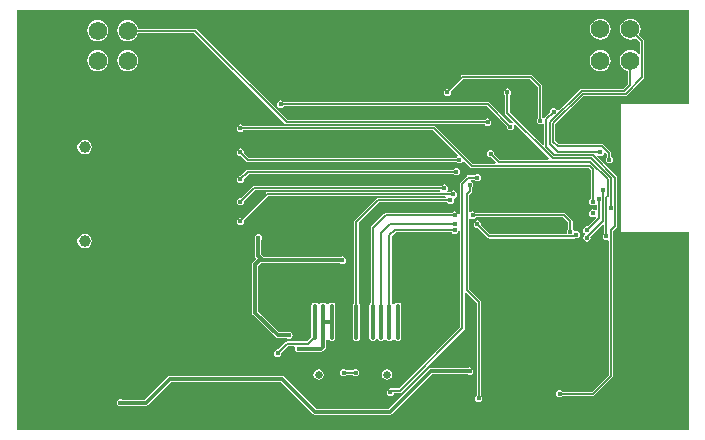
<source format=gbl>
G04*
G04 #@! TF.GenerationSoftware,Altium Limited,Altium Designer,21.9.2 (33)*
G04*
G04 Layer_Physical_Order=2*
G04 Layer_Color=16711680*
%FSLAX25Y25*%
%MOIN*%
G70*
G04*
G04 #@! TF.SameCoordinates,F625CF21-14F9-4619-B10E-FD0BC141F2AC*
G04*
G04*
G04 #@! TF.FilePolarity,Positive*
G04*
G01*
G75*
%ADD12C,0.00600*%
%ADD16C,0.00800*%
%ADD66C,0.01200*%
%ADD67C,0.00700*%
%ADD69C,0.02559*%
%ADD70O,0.03937X0.06299*%
%ADD71O,0.03937X0.08268*%
%ADD72C,0.06200*%
%ADD73R,0.06200X0.06200*%
%ADD74C,0.01600*%
%ADD75C,0.03937*%
G04:AMPARAMS|DCode=76|XSize=15.75mil|YSize=118.11mil|CornerRadius=3.94mil|HoleSize=0mil|Usage=FLASHONLY|Rotation=0.000|XOffset=0mil|YOffset=0mil|HoleType=Round|Shape=RoundedRectangle|*
%AMROUNDEDRECTD76*
21,1,0.01575,0.11024,0,0,0.0*
21,1,0.00787,0.11811,0,0,0.0*
1,1,0.00787,0.00394,-0.05512*
1,1,0.00787,-0.00394,-0.05512*
1,1,0.00787,-0.00394,0.05512*
1,1,0.00787,0.00394,0.05512*
%
%ADD76ROUNDEDRECTD76*%
G36*
X129441Y-13000D02*
X107000D01*
Y-55500D01*
X129441D01*
Y-121448D01*
X-94484D01*
Y18450D01*
X129441D01*
Y-13000D01*
D02*
G37*
%LPC*%
G36*
X100000Y15530D02*
X99086Y15410D01*
X98235Y15057D01*
X97504Y14496D01*
X96943Y13765D01*
X96590Y12914D01*
X96470Y12000D01*
X96590Y11086D01*
X96943Y10235D01*
X97504Y9504D01*
X98235Y8943D01*
X99086Y8590D01*
X100000Y8470D01*
X100914Y8590D01*
X101765Y8943D01*
X102496Y9504D01*
X103057Y10235D01*
X103410Y11086D01*
X103530Y12000D01*
X103410Y12914D01*
X103057Y13765D01*
X102496Y14496D01*
X101765Y15057D01*
X100914Y15410D01*
X100000Y15530D01*
D02*
G37*
G36*
X-67500Y15030D02*
X-68414Y14910D01*
X-69265Y14557D01*
X-69996Y13996D01*
X-70557Y13265D01*
X-70910Y12414D01*
X-71030Y11500D01*
X-70910Y10586D01*
X-70557Y9735D01*
X-69996Y9004D01*
X-69265Y8443D01*
X-68414Y8090D01*
X-67500Y7970D01*
X-66586Y8090D01*
X-65735Y8443D01*
X-65004Y9004D01*
X-64443Y9735D01*
X-64090Y10586D01*
X-63970Y11500D01*
X-64090Y12414D01*
X-64443Y13265D01*
X-65004Y13996D01*
X-65735Y14557D01*
X-66586Y14910D01*
X-67500Y15030D01*
D02*
G37*
G36*
X110000Y15530D02*
X109086Y15410D01*
X108235Y15057D01*
X107504Y14496D01*
X106943Y13765D01*
X106590Y12914D01*
X106470Y12000D01*
X106590Y11086D01*
X106943Y10235D01*
X107504Y9504D01*
X108235Y8943D01*
X109086Y8590D01*
X110000Y8470D01*
X110914Y8590D01*
X111765Y8943D01*
X111925Y9065D01*
X113286Y7704D01*
Y3788D01*
X112786Y3618D01*
X112496Y3996D01*
X111765Y4557D01*
X110914Y4910D01*
X110000Y5030D01*
X109086Y4910D01*
X108235Y4557D01*
X107504Y3996D01*
X106943Y3265D01*
X106590Y2414D01*
X106470Y1500D01*
X106590Y586D01*
X106943Y-265D01*
X107504Y-996D01*
X108235Y-1557D01*
X109086Y-1910D01*
X109286Y-1936D01*
Y-6204D01*
X107704Y-7786D01*
X93750D01*
X93477Y-7841D01*
X93245Y-7995D01*
X86151Y-15089D01*
X85939Y-15066D01*
X85579Y-14954D01*
X85365Y-14635D01*
X84968Y-14370D01*
X84500Y-14277D01*
X84032Y-14370D01*
X83635Y-14635D01*
X83370Y-15032D01*
X83276Y-15500D01*
X83312Y-15679D01*
X81480Y-17511D01*
X80987Y-17449D01*
X80714Y-17219D01*
Y-7000D01*
X80659Y-6727D01*
X80505Y-6495D01*
X77505Y-3495D01*
X77273Y-3341D01*
X77000Y-3286D01*
X54000D01*
X53727Y-3341D01*
X53495Y-3495D01*
X49179Y-7812D01*
X49000Y-7777D01*
X48532Y-7870D01*
X48135Y-8135D01*
X47870Y-8532D01*
X47776Y-9000D01*
X47870Y-9468D01*
X48135Y-9865D01*
X48532Y-10130D01*
X49000Y-10223D01*
X49468Y-10130D01*
X49865Y-9865D01*
X50130Y-9468D01*
X50223Y-9000D01*
X50188Y-8821D01*
X54296Y-4714D01*
X76704D01*
X79286Y-7296D01*
Y-17534D01*
X79135Y-17635D01*
X78870Y-18032D01*
X78777Y-18500D01*
X78870Y-18968D01*
X79135Y-19365D01*
X79532Y-19630D01*
X80000Y-19724D01*
X80468Y-19630D01*
X80770Y-19428D01*
X81112Y-19539D01*
X81270Y-19650D01*
Y-26434D01*
X80809Y-26625D01*
X69816Y-15632D01*
Y-9898D01*
X69865Y-9865D01*
X70130Y-9468D01*
X70223Y-9000D01*
X70130Y-8532D01*
X69865Y-8135D01*
X69468Y-7870D01*
X69000Y-7777D01*
X68532Y-7870D01*
X68135Y-8135D01*
X67870Y-8532D01*
X67777Y-9000D01*
X67870Y-9468D01*
X68135Y-9865D01*
X68184Y-9898D01*
Y-15970D01*
X68184Y-15970D01*
X68246Y-16282D01*
X68423Y-16547D01*
X71001Y-19124D01*
X70682Y-19512D01*
X70642Y-19486D01*
X70468Y-19370D01*
X70000Y-19276D01*
X69821Y-19312D01*
X63005Y-12495D01*
X62773Y-12341D01*
X62500Y-12286D01*
X-5534D01*
X-5635Y-12135D01*
X-6032Y-11870D01*
X-6500Y-11777D01*
X-6968Y-11870D01*
X-7365Y-12135D01*
X-7630Y-12532D01*
X-7723Y-13000D01*
X-7630Y-13468D01*
X-7365Y-13865D01*
X-6968Y-14130D01*
X-6500Y-14223D01*
X-6032Y-14130D01*
X-5635Y-13865D01*
X-5534Y-13714D01*
X62204D01*
X68812Y-20321D01*
X68777Y-20500D01*
X68870Y-20968D01*
X69135Y-21365D01*
X69532Y-21630D01*
X70000Y-21723D01*
X70468Y-21630D01*
X70865Y-21365D01*
X71130Y-20968D01*
X71223Y-20500D01*
X71130Y-20032D01*
X71015Y-19858D01*
X70988Y-19818D01*
X71376Y-19499D01*
X82901Y-31024D01*
X82710Y-31486D01*
X66496D01*
X64688Y-29679D01*
X64723Y-29500D01*
X64630Y-29032D01*
X64365Y-28635D01*
X63968Y-28370D01*
X63500Y-28277D01*
X63032Y-28370D01*
X62635Y-28635D01*
X62370Y-29032D01*
X62277Y-29500D01*
X62370Y-29968D01*
X62635Y-30365D01*
X63032Y-30630D01*
X63500Y-30724D01*
X63679Y-30688D01*
X65277Y-32286D01*
X65070Y-32786D01*
X57417D01*
X45126Y-20495D01*
X44894Y-20341D01*
X44621Y-20286D01*
X-18999D01*
X-19100Y-20135D01*
X-19497Y-19870D01*
X-19965Y-19776D01*
X-20434Y-19870D01*
X-20831Y-20135D01*
X-21096Y-20532D01*
X-21189Y-21000D01*
X-21096Y-21468D01*
X-20831Y-21865D01*
X-20434Y-22130D01*
X-19965Y-22223D01*
X-19497Y-22130D01*
X-19100Y-21865D01*
X-18999Y-21714D01*
X44326D01*
X52514Y-29902D01*
X52377Y-30473D01*
X52135Y-30635D01*
X52034Y-30786D01*
X-17135D01*
X-18743Y-29179D01*
X-18708Y-29000D01*
X-18801Y-28532D01*
X-19066Y-28135D01*
X-19463Y-27870D01*
X-19931Y-27777D01*
X-20399Y-27870D01*
X-20796Y-28135D01*
X-21061Y-28532D01*
X-21155Y-29000D01*
X-21061Y-29468D01*
X-20796Y-29865D01*
X-20399Y-30130D01*
X-19931Y-30224D01*
X-19752Y-30188D01*
X-17936Y-32005D01*
X-17704Y-32159D01*
X-17431Y-32214D01*
X52034D01*
X52135Y-32365D01*
X52532Y-32630D01*
X53000Y-32724D01*
X53468Y-32630D01*
X53865Y-32365D01*
X54027Y-32122D01*
X54598Y-31986D01*
X56617Y-34005D01*
X56848Y-34159D01*
X57121Y-34214D01*
X96179D01*
X96774Y-34808D01*
Y-44542D01*
X96635Y-44635D01*
X96370Y-45032D01*
X96276Y-45500D01*
X96370Y-45968D01*
X96635Y-46365D01*
X97032Y-46630D01*
X97500Y-46723D01*
X97968Y-46630D01*
X98286Y-46418D01*
X98587Y-46507D01*
X98786Y-46635D01*
Y-48192D01*
X98587Y-48320D01*
X98286Y-48409D01*
X97968Y-48196D01*
X97500Y-48103D01*
X97032Y-48196D01*
X96635Y-48462D01*
X96370Y-48859D01*
X96276Y-49327D01*
X96370Y-49795D01*
X96635Y-50192D01*
X97032Y-50457D01*
X97500Y-50550D01*
X97968Y-50457D01*
X98044Y-50406D01*
X98362Y-50468D01*
X98587Y-50627D01*
X98586Y-50895D01*
X95670Y-53812D01*
X95491Y-53777D01*
X95023Y-53870D01*
X94626Y-54135D01*
X94361Y-54532D01*
X94267Y-55000D01*
X94361Y-55468D01*
X94626Y-55865D01*
X94841Y-56009D01*
X94877Y-56549D01*
X94866Y-56581D01*
X94696Y-56695D01*
X94430Y-57092D01*
X94337Y-57561D01*
X94430Y-58029D01*
X94696Y-58426D01*
X95092Y-58691D01*
X95561Y-58784D01*
X96029Y-58691D01*
X96426Y-58426D01*
X96691Y-58029D01*
X96784Y-57561D01*
X96725Y-57266D01*
X100824Y-53167D01*
X101286Y-53358D01*
Y-56034D01*
X101135Y-56135D01*
X100870Y-56532D01*
X100777Y-57000D01*
X100870Y-57468D01*
X101135Y-57865D01*
X101532Y-58130D01*
X102000Y-58223D01*
X102286Y-58167D01*
X102786Y-58473D01*
Y-103204D01*
X97204Y-108786D01*
X87466D01*
X87365Y-108635D01*
X86968Y-108370D01*
X86500Y-108276D01*
X86032Y-108370D01*
X85635Y-108635D01*
X85370Y-109032D01*
X85277Y-109500D01*
X85370Y-109968D01*
X85635Y-110365D01*
X86032Y-110630D01*
X86500Y-110723D01*
X86968Y-110630D01*
X87365Y-110365D01*
X87466Y-110214D01*
X97500D01*
X97773Y-110159D01*
X98005Y-110005D01*
X104005Y-104005D01*
X104159Y-103773D01*
X104214Y-103500D01*
Y-55296D01*
X105505Y-54005D01*
X105659Y-53773D01*
X105714Y-53500D01*
Y-37500D01*
X105659Y-37227D01*
X105505Y-36995D01*
X99043Y-30534D01*
X99213Y-29997D01*
X99307Y-29980D01*
X99532Y-30130D01*
X100000Y-30224D01*
X100468Y-30130D01*
X100865Y-29865D01*
X101130Y-29468D01*
X101171Y-29266D01*
X101713Y-29101D01*
X102286Y-29674D01*
Y-30534D01*
X102135Y-30635D01*
X101870Y-31032D01*
X101777Y-31500D01*
X101870Y-31968D01*
X102135Y-32365D01*
X102532Y-32630D01*
X103000Y-32724D01*
X103468Y-32630D01*
X103865Y-32365D01*
X104130Y-31968D01*
X104224Y-31500D01*
X104130Y-31032D01*
X103865Y-30635D01*
X103714Y-30534D01*
Y-29379D01*
X103659Y-29105D01*
X103505Y-28874D01*
X101126Y-26495D01*
X100894Y-26341D01*
X100621Y-26286D01*
X86118D01*
X85036Y-25204D01*
Y-19637D01*
X94459Y-10214D01*
X108500D01*
X108773Y-10159D01*
X109005Y-10005D01*
X114505Y-4505D01*
X114659Y-4273D01*
X114714Y-4000D01*
Y8000D01*
X114659Y8273D01*
X114505Y8505D01*
X112935Y10075D01*
X113057Y10235D01*
X113410Y11086D01*
X113530Y12000D01*
X113410Y12914D01*
X113057Y13765D01*
X112496Y14496D01*
X111765Y15057D01*
X110914Y15410D01*
X110000Y15530D01*
D02*
G37*
G36*
X100000Y5030D02*
X99086Y4910D01*
X98235Y4557D01*
X97504Y3996D01*
X96943Y3265D01*
X96590Y2414D01*
X96470Y1500D01*
X96590Y586D01*
X96943Y-265D01*
X97504Y-996D01*
X98235Y-1557D01*
X99086Y-1910D01*
X100000Y-2030D01*
X100914Y-1910D01*
X101765Y-1557D01*
X102496Y-996D01*
X103057Y-265D01*
X103410Y586D01*
X103530Y1500D01*
X103410Y2414D01*
X103057Y3265D01*
X102496Y3996D01*
X101765Y4557D01*
X100914Y4910D01*
X100000Y5030D01*
D02*
G37*
G36*
X-57500D02*
X-58414Y4910D01*
X-59265Y4557D01*
X-59996Y3996D01*
X-60557Y3265D01*
X-60910Y2414D01*
X-61030Y1500D01*
X-60910Y586D01*
X-60557Y-265D01*
X-59996Y-996D01*
X-59265Y-1557D01*
X-58414Y-1910D01*
X-57500Y-2030D01*
X-56586Y-1910D01*
X-55735Y-1557D01*
X-55004Y-996D01*
X-54443Y-265D01*
X-54090Y586D01*
X-53970Y1500D01*
X-54090Y2414D01*
X-54443Y3265D01*
X-55004Y3996D01*
X-55735Y4557D01*
X-56586Y4910D01*
X-57500Y5030D01*
D02*
G37*
G36*
X-67500D02*
X-68414Y4910D01*
X-69265Y4557D01*
X-69996Y3996D01*
X-70557Y3265D01*
X-70910Y2414D01*
X-71030Y1500D01*
X-70910Y586D01*
X-70557Y-265D01*
X-69996Y-996D01*
X-69265Y-1557D01*
X-68414Y-1910D01*
X-67500Y-2030D01*
X-66586Y-1910D01*
X-65735Y-1557D01*
X-65004Y-996D01*
X-64443Y-265D01*
X-64090Y586D01*
X-63970Y1500D01*
X-64090Y2414D01*
X-64443Y3265D01*
X-65004Y3996D01*
X-65735Y4557D01*
X-66586Y4910D01*
X-67500Y5030D01*
D02*
G37*
G36*
X-57500Y15030D02*
X-58414Y14910D01*
X-59265Y14557D01*
X-59996Y13996D01*
X-60557Y13265D01*
X-60910Y12414D01*
X-61030Y11500D01*
X-60910Y10586D01*
X-60557Y9735D01*
X-59996Y9004D01*
X-59265Y8443D01*
X-58414Y8090D01*
X-57500Y7970D01*
X-56586Y8090D01*
X-55735Y8443D01*
X-55004Y9004D01*
X-54443Y9735D01*
X-54090Y10586D01*
X-54064Y10786D01*
X-35296D01*
X-5005Y-19505D01*
X-4773Y-19659D01*
X-4500Y-19714D01*
X61534D01*
X61635Y-19865D01*
X62032Y-20130D01*
X62500Y-20223D01*
X62968Y-20130D01*
X63365Y-19865D01*
X63630Y-19468D01*
X63723Y-19000D01*
X63630Y-18532D01*
X63365Y-18135D01*
X62968Y-17870D01*
X62500Y-17776D01*
X62032Y-17870D01*
X61635Y-18135D01*
X61534Y-18286D01*
X-4204D01*
X-34495Y12005D01*
X-34727Y12159D01*
X-35000Y12214D01*
X-54064D01*
X-54090Y12414D01*
X-54443Y13265D01*
X-55004Y13996D01*
X-55735Y14557D01*
X-56586Y14910D01*
X-57500Y15030D01*
D02*
G37*
G36*
X-71839Y-24845D02*
X-72763Y-25029D01*
X-73546Y-25552D01*
X-74070Y-26336D01*
X-74253Y-27260D01*
X-74070Y-28184D01*
X-73546Y-28967D01*
X-72763Y-29491D01*
X-71839Y-29675D01*
X-70914Y-29491D01*
X-70131Y-28967D01*
X-69608Y-28184D01*
X-69424Y-27260D01*
X-69608Y-26336D01*
X-70131Y-25552D01*
X-70914Y-25029D01*
X-71839Y-24845D01*
D02*
G37*
G36*
X59000Y-36277D02*
X58532Y-36370D01*
X58135Y-36635D01*
X58102Y-36684D01*
X56000D01*
X56000Y-36684D01*
X55688Y-36746D01*
X55423Y-36923D01*
X55423Y-36923D01*
X53423Y-38923D01*
X53246Y-39188D01*
X53184Y-39500D01*
X53184Y-39500D01*
Y-49744D01*
X53183Y-49754D01*
X52684Y-49803D01*
X52668Y-49719D01*
X52630Y-49532D01*
X52365Y-49135D01*
X51968Y-48870D01*
X51500Y-48777D01*
X51032Y-48870D01*
X50635Y-49135D01*
X50568Y-49235D01*
X28500D01*
X28500Y-49235D01*
X28207Y-49294D01*
X27959Y-49459D01*
X23692Y-53727D01*
X23526Y-53975D01*
X23468Y-54268D01*
Y-79282D01*
X23266Y-79416D01*
X23091Y-79678D01*
X23029Y-79988D01*
Y-91012D01*
X23091Y-91321D01*
X23266Y-91584D01*
X23529Y-91760D01*
X23839Y-91821D01*
X24626D01*
X24936Y-91760D01*
X25198Y-91584D01*
X25345Y-91364D01*
X25610Y-91338D01*
X25875Y-91364D01*
X26022Y-91584D01*
X26285Y-91760D01*
X26594Y-91821D01*
X27382D01*
X27692Y-91760D01*
X27954Y-91584D01*
X28101Y-91364D01*
X28366Y-91338D01*
X28631Y-91364D01*
X28778Y-91584D01*
X29041Y-91760D01*
X29350Y-91821D01*
X30138D01*
X30448Y-91760D01*
X30710Y-91584D01*
X30857Y-91364D01*
X31122Y-91338D01*
X31387Y-91364D01*
X31534Y-91584D01*
X31797Y-91760D01*
X32106Y-91821D01*
X32894D01*
X33203Y-91760D01*
X33466Y-91584D01*
X33641Y-91321D01*
X33703Y-91012D01*
Y-79988D01*
X33641Y-79678D01*
X33466Y-79416D01*
X33203Y-79241D01*
X32894Y-79179D01*
X32106D01*
X31797Y-79241D01*
X31534Y-79416D01*
X31387Y-79636D01*
X31122Y-79662D01*
X30857Y-79636D01*
X30710Y-79416D01*
X30458Y-79247D01*
Y-57051D01*
X31796Y-55714D01*
X50534D01*
X50635Y-55865D01*
X51032Y-56130D01*
X51500Y-56223D01*
X51968Y-56130D01*
X52365Y-55865D01*
X52630Y-55468D01*
X52668Y-55281D01*
X52684Y-55197D01*
X53183Y-55246D01*
X53184Y-55256D01*
Y-87444D01*
X32943Y-107684D01*
X30716D01*
X30716Y-107684D01*
X30404Y-107746D01*
X30277Y-107832D01*
X30000Y-107776D01*
X29532Y-107870D01*
X29135Y-108135D01*
X28870Y-108532D01*
X28776Y-109000D01*
X28870Y-109468D01*
X29135Y-109865D01*
X29532Y-110130D01*
X30000Y-110223D01*
X30468Y-110130D01*
X30865Y-109865D01*
X31130Y-109468D01*
X31161Y-109316D01*
X33281D01*
X33281Y-109316D01*
X33593Y-109254D01*
X33858Y-109077D01*
X54577Y-88358D01*
X54577Y-88358D01*
X54754Y-88094D01*
X54816Y-87781D01*
X54816Y-87781D01*
Y-75897D01*
X55316Y-75690D01*
X58786Y-79160D01*
Y-110034D01*
X58635Y-110135D01*
X58370Y-110532D01*
X58276Y-111000D01*
X58370Y-111468D01*
X58635Y-111865D01*
X59032Y-112130D01*
X59500Y-112223D01*
X59968Y-112130D01*
X60365Y-111865D01*
X60630Y-111468D01*
X60724Y-111000D01*
X60630Y-110532D01*
X60365Y-110135D01*
X60214Y-110034D01*
Y-78865D01*
X60159Y-78592D01*
X60005Y-78360D01*
X56214Y-74569D01*
Y-51135D01*
X56413Y-51007D01*
X56714Y-50918D01*
X57032Y-51130D01*
X57500Y-51223D01*
X57968Y-51130D01*
X58365Y-50865D01*
X58432Y-50765D01*
X87683D01*
X89235Y-52317D01*
Y-54568D01*
X89135Y-54635D01*
X88870Y-55032D01*
X88776Y-55500D01*
X88833Y-55785D01*
X88526Y-56285D01*
X63367D01*
X60200Y-53118D01*
X60224Y-53000D01*
X60130Y-52532D01*
X59865Y-52135D01*
X59468Y-51870D01*
X59000Y-51776D01*
X58532Y-51870D01*
X58135Y-52135D01*
X57870Y-52532D01*
X57776Y-53000D01*
X57870Y-53468D01*
X58135Y-53865D01*
X58532Y-54130D01*
X59000Y-54224D01*
X59118Y-54200D01*
X62509Y-57591D01*
X62509Y-57591D01*
X62757Y-57757D01*
X63050Y-57815D01*
X91234D01*
X91526Y-57757D01*
X91673Y-57658D01*
X92000Y-57723D01*
X92468Y-57630D01*
X92865Y-57365D01*
X93130Y-56968D01*
X93224Y-56500D01*
X93130Y-56032D01*
X92865Y-55635D01*
X92468Y-55370D01*
X92000Y-55277D01*
X91532Y-55370D01*
X91131Y-55036D01*
X91130Y-55032D01*
X90865Y-54635D01*
X90765Y-54568D01*
Y-52000D01*
X90765Y-52000D01*
X90706Y-51707D01*
X90541Y-51459D01*
X88541Y-49459D01*
X88293Y-49294D01*
X88000Y-49235D01*
X58432D01*
X58365Y-49135D01*
X57968Y-48870D01*
X57500Y-48777D01*
X57032Y-48870D01*
X56714Y-49082D01*
X56413Y-48993D01*
X56214Y-48865D01*
Y-43296D01*
X57005Y-42505D01*
X57159Y-42273D01*
X57214Y-42000D01*
Y-40919D01*
X57365Y-40818D01*
X57630Y-40421D01*
X57723Y-39953D01*
X57630Y-39485D01*
X57365Y-39088D01*
X56968Y-38822D01*
X56934Y-38816D01*
X56984Y-38316D01*
X58102D01*
X58135Y-38365D01*
X58532Y-38630D01*
X59000Y-38723D01*
X59468Y-38630D01*
X59865Y-38365D01*
X60130Y-37968D01*
X60224Y-37500D01*
X60130Y-37032D01*
X59865Y-36635D01*
X59468Y-36370D01*
X59000Y-36277D01*
D02*
G37*
G36*
X52000Y-34277D02*
X51532Y-34370D01*
X51135Y-34635D01*
X51034Y-34786D01*
X-17431D01*
X-17704Y-34841D01*
X-17936Y-34995D01*
X-19760Y-36820D01*
X-19939Y-36784D01*
X-20407Y-36878D01*
X-20804Y-37143D01*
X-21069Y-37540D01*
X-21162Y-38008D01*
X-21069Y-38476D01*
X-20804Y-38873D01*
X-20407Y-39138D01*
X-19939Y-39231D01*
X-19471Y-39138D01*
X-19074Y-38873D01*
X-18809Y-38476D01*
X-18715Y-38008D01*
X-18751Y-37829D01*
X-17135Y-36214D01*
X51034D01*
X51135Y-36365D01*
X51532Y-36630D01*
X52000Y-36724D01*
X52468Y-36630D01*
X52865Y-36365D01*
X53130Y-35968D01*
X53224Y-35500D01*
X53130Y-35032D01*
X52865Y-34635D01*
X52468Y-34370D01*
X52000Y-34277D01*
D02*
G37*
G36*
X48000Y-39777D02*
X47532Y-39870D01*
X47135Y-40135D01*
X47034Y-40286D01*
X-15465D01*
X-15739Y-40341D01*
X-15970Y-40495D01*
X-19787Y-44312D01*
X-19965Y-44276D01*
X-20434Y-44370D01*
X-20831Y-44635D01*
X-21096Y-45032D01*
X-21189Y-45500D01*
X-21096Y-45968D01*
X-20831Y-46365D01*
X-20434Y-46630D01*
X-19965Y-46723D01*
X-19497Y-46630D01*
X-19100Y-46365D01*
X-18835Y-45968D01*
X-18742Y-45500D01*
X-18778Y-45321D01*
X-15170Y-41714D01*
X46582D01*
X46662Y-41786D01*
X46529Y-42165D01*
X46404Y-42286D01*
X-11000D01*
X-11273Y-42341D01*
X-11505Y-42495D01*
X-19821Y-50812D01*
X-20000Y-50776D01*
X-20468Y-50870D01*
X-20865Y-51135D01*
X-21130Y-51532D01*
X-21224Y-52000D01*
X-21130Y-52468D01*
X-20865Y-52865D01*
X-20468Y-53130D01*
X-20000Y-53224D01*
X-19532Y-53130D01*
X-19135Y-52865D01*
X-18870Y-52468D01*
X-18777Y-52000D01*
X-18812Y-51821D01*
X-10704Y-43714D01*
X48404D01*
X48529Y-43835D01*
X48662Y-44214D01*
X48582Y-44286D01*
X26000D01*
X25727Y-44341D01*
X25495Y-44495D01*
X18216Y-51775D01*
X18061Y-52006D01*
X18007Y-52280D01*
Y-79247D01*
X17754Y-79416D01*
X17579Y-79678D01*
X17517Y-79988D01*
Y-91012D01*
X17579Y-91321D01*
X17754Y-91584D01*
X18017Y-91760D01*
X18327Y-91821D01*
X19114D01*
X19424Y-91760D01*
X19686Y-91584D01*
X19862Y-91321D01*
X19923Y-91012D01*
Y-79988D01*
X19862Y-79678D01*
X19686Y-79416D01*
X19434Y-79247D01*
Y-52575D01*
X26296Y-45714D01*
X49034D01*
X49135Y-45865D01*
X49532Y-46130D01*
X50000Y-46224D01*
X50468Y-46130D01*
X50865Y-45865D01*
X51130Y-45468D01*
X51223Y-45000D01*
X51130Y-44532D01*
X51464Y-44131D01*
X51468Y-44130D01*
X51865Y-43865D01*
X52130Y-43468D01*
X52223Y-43000D01*
X52130Y-42532D01*
X51865Y-42135D01*
X51468Y-41870D01*
X51000Y-41776D01*
X50532Y-41870D01*
X50135Y-42135D01*
X50034Y-42286D01*
X49135D01*
X49007Y-42087D01*
X48918Y-41786D01*
X49130Y-41468D01*
X49224Y-41000D01*
X49130Y-40532D01*
X48865Y-40135D01*
X48468Y-39870D01*
X48000Y-39777D01*
D02*
G37*
G36*
X-71839Y-56262D02*
X-72763Y-56446D01*
X-73546Y-56970D01*
X-74070Y-57753D01*
X-74253Y-58677D01*
X-74070Y-59601D01*
X-73546Y-60385D01*
X-72763Y-60908D01*
X-71839Y-61092D01*
X-70914Y-60908D01*
X-70131Y-60385D01*
X-69608Y-59601D01*
X-69424Y-58677D01*
X-69608Y-57753D01*
X-70131Y-56970D01*
X-70914Y-56446D01*
X-71839Y-56262D01*
D02*
G37*
G36*
X-14000Y-56277D02*
X-14468Y-56370D01*
X-14865Y-56635D01*
X-15130Y-57032D01*
X-15224Y-57500D01*
X-15130Y-57968D01*
X-15020Y-58134D01*
Y-63500D01*
X-14942Y-63890D01*
X-14721Y-64221D01*
X-14484Y-64458D01*
X-15721Y-65695D01*
X-15942Y-66026D01*
X-16020Y-66416D01*
Y-82500D01*
X-15942Y-82890D01*
X-15721Y-83221D01*
X-8221Y-90721D01*
X-7890Y-90942D01*
X-7500Y-91020D01*
X-4378D01*
X-4213Y-91130D01*
X-3745Y-91224D01*
X-3276Y-91130D01*
X-2879Y-90865D01*
X-2614Y-90468D01*
X-2521Y-90000D01*
X-2614Y-89532D01*
X-2879Y-89135D01*
X-3276Y-88870D01*
X-3745Y-88776D01*
X-4213Y-88870D01*
X-4378Y-88980D01*
X-7078D01*
X-13980Y-82078D01*
Y-66838D01*
X-13162Y-66020D01*
X13366D01*
X13532Y-66130D01*
X14000Y-66224D01*
X14468Y-66130D01*
X14865Y-65865D01*
X15130Y-65468D01*
X15224Y-65000D01*
X15130Y-64532D01*
X14865Y-64135D01*
X14468Y-63870D01*
X14000Y-63776D01*
X13532Y-63870D01*
X13366Y-63980D01*
X-12078D01*
X-12980Y-63078D01*
Y-58134D01*
X-12870Y-57968D01*
X-12776Y-57500D01*
X-12870Y-57032D01*
X-13135Y-56635D01*
X-13532Y-56370D01*
X-14000Y-56277D01*
D02*
G37*
G36*
X10847Y-79179D02*
X10059D01*
X9749Y-79241D01*
X9487Y-79416D01*
X9340Y-79636D01*
X9075Y-79662D01*
X8810Y-79636D01*
X8663Y-79416D01*
X8400Y-79241D01*
X8091Y-79179D01*
X7303D01*
X6994Y-79241D01*
X6731Y-79416D01*
X6584Y-79636D01*
X6319Y-79662D01*
X6054Y-79636D01*
X5907Y-79416D01*
X5644Y-79241D01*
X5335Y-79179D01*
X4547D01*
X4238Y-79241D01*
X3975Y-79416D01*
X3800Y-79678D01*
X3738Y-79988D01*
Y-90667D01*
X2321Y-92084D01*
X-4400D01*
X-4712Y-92146D01*
X-4977Y-92323D01*
X-4977Y-92323D01*
X-7442Y-94788D01*
X-7500Y-94776D01*
X-7968Y-94870D01*
X-8365Y-95135D01*
X-8630Y-95532D01*
X-8724Y-96000D01*
X-8630Y-96468D01*
X-8365Y-96865D01*
X-7968Y-97130D01*
X-7500Y-97224D01*
X-7032Y-97130D01*
X-6635Y-96865D01*
X-6370Y-96468D01*
X-6277Y-96000D01*
X-6288Y-95942D01*
X-4062Y-93716D01*
X-1975D01*
X-1667Y-94216D01*
X-1723Y-94500D01*
X-1630Y-94968D01*
X-1365Y-95365D01*
X-968Y-95630D01*
X-500Y-95723D01*
X-32Y-95630D01*
X134Y-95520D01*
X6994D01*
X7384Y-95442D01*
X7715Y-95221D01*
X8418Y-94518D01*
X8639Y-94187D01*
X8716Y-93797D01*
Y-91671D01*
X8902Y-91532D01*
X9487Y-91584D01*
X9749Y-91760D01*
X10059Y-91821D01*
X10847D01*
X11156Y-91760D01*
X11419Y-91584D01*
X11594Y-91321D01*
X11656Y-91012D01*
Y-79988D01*
X11594Y-79678D01*
X11419Y-79416D01*
X11156Y-79241D01*
X10847Y-79179D01*
D02*
G37*
G36*
X18500Y-101277D02*
X18032Y-101370D01*
X17635Y-101635D01*
X17568Y-101735D01*
X15432D01*
X15365Y-101635D01*
X14968Y-101370D01*
X14500Y-101277D01*
X14032Y-101370D01*
X13635Y-101635D01*
X13370Y-102032D01*
X13276Y-102500D01*
X13370Y-102968D01*
X13635Y-103365D01*
X14032Y-103630D01*
X14500Y-103724D01*
X14968Y-103630D01*
X15365Y-103365D01*
X15432Y-103265D01*
X17568D01*
X17635Y-103365D01*
X18032Y-103630D01*
X18500Y-103724D01*
X18968Y-103630D01*
X19365Y-103365D01*
X19630Y-102968D01*
X19724Y-102500D01*
X19630Y-102032D01*
X19365Y-101635D01*
X18968Y-101370D01*
X18500Y-101277D01*
D02*
G37*
G36*
X56500Y-100777D02*
X56032Y-100870D01*
X55866Y-100980D01*
X43446D01*
X43056Y-101058D01*
X42725Y-101279D01*
X29524Y-114480D01*
X5422D01*
X-5279Y-103779D01*
X-5610Y-103558D01*
X-6000Y-103480D01*
X-43500D01*
X-43890Y-103558D01*
X-44221Y-103779D01*
X-51922Y-111480D01*
X-59366D01*
X-59532Y-111370D01*
X-60000Y-111276D01*
X-60468Y-111370D01*
X-60865Y-111635D01*
X-61130Y-112032D01*
X-61224Y-112500D01*
X-61130Y-112968D01*
X-60865Y-113365D01*
X-60468Y-113630D01*
X-60000Y-113724D01*
X-59532Y-113630D01*
X-59366Y-113520D01*
X-51500D01*
X-51110Y-113442D01*
X-50779Y-113221D01*
X-43078Y-105520D01*
X-6422D01*
X4279Y-116221D01*
X4610Y-116442D01*
X5000Y-116520D01*
X29946D01*
X30336Y-116442D01*
X30667Y-116221D01*
X43868Y-103020D01*
X55866D01*
X56032Y-103130D01*
X56500Y-103224D01*
X56968Y-103130D01*
X57365Y-102865D01*
X57630Y-102468D01*
X57723Y-102000D01*
X57630Y-101532D01*
X57365Y-101135D01*
X56968Y-100870D01*
X56500Y-100777D01*
D02*
G37*
G36*
X28878Y-101429D02*
X28223Y-101560D01*
X27667Y-101931D01*
X27296Y-102486D01*
X27165Y-103142D01*
X27296Y-103797D01*
X27667Y-104353D01*
X28223Y-104724D01*
X28878Y-104854D01*
X29533Y-104724D01*
X30089Y-104353D01*
X30460Y-103797D01*
X30590Y-103142D01*
X30460Y-102486D01*
X30089Y-101931D01*
X29533Y-101560D01*
X28878Y-101429D01*
D02*
G37*
G36*
X6122D02*
X5467Y-101560D01*
X4911Y-101931D01*
X4540Y-102486D01*
X4410Y-103142D01*
X4540Y-103797D01*
X4911Y-104353D01*
X5467Y-104724D01*
X6122Y-104854D01*
X6777Y-104724D01*
X7333Y-104353D01*
X7704Y-103797D01*
X7835Y-103142D01*
X7704Y-102486D01*
X7333Y-101931D01*
X6777Y-101560D01*
X6122Y-101429D01*
D02*
G37*
%LPD*%
D12*
X55500Y-43000D02*
X56500Y-42000D01*
Y-39953D01*
X80000Y-18500D02*
Y-7000D01*
X77000Y-4000D02*
X80000Y-7000D01*
X54000Y-4000D02*
X77000D01*
X49000Y-9000D02*
X54000Y-4000D01*
X55500Y-74865D02*
Y-43000D01*
X44621Y-21000D02*
X57121Y-33500D01*
X96474D01*
X-19965Y-21000D02*
X44621D01*
X-17431Y-31500D02*
X53000D01*
X55500Y-74865D02*
X59500Y-78865D01*
Y-111000D02*
Y-78865D01*
X-57500Y11500D02*
X-35000D01*
X-4500Y-19000D02*
X62500D01*
X-35000Y11500D02*
X-4500Y-19000D01*
X62500Y-13000D02*
X70000Y-20500D01*
X-6500Y-13000D02*
X62500D01*
X97487Y-45487D02*
Y-34513D01*
Y-45487D02*
X97500Y-45500D01*
X96474Y-33500D02*
X97487Y-34513D01*
X-19931Y-29000D02*
X-17431Y-31500D01*
Y-35500D02*
X52000D01*
X-19939Y-38008D02*
X-17431Y-35500D01*
X-19965Y-45500D02*
X-15465Y-41000D01*
X48000D01*
X18721Y-52280D02*
X26000Y-45000D01*
X-11000Y-43000D02*
X51000D01*
X26000Y-45000D02*
X50000D01*
X-20000Y-52000D02*
X-11000Y-43000D01*
X18721Y-85500D02*
Y-52280D01*
X51000Y-55000D02*
X51002Y-55001D01*
X51499D01*
X51500Y-55000D01*
X31500D02*
X51000D01*
X29744Y-56756D02*
X31500Y-55000D01*
X29744Y-85500D02*
Y-56756D01*
X95561Y-57421D02*
X101000Y-51982D01*
X95561Y-57561D02*
Y-57421D01*
X85823Y-27000D02*
X100621D01*
X103000Y-29379D01*
X63500Y-29500D02*
X66200Y-32200D01*
X96589D01*
X84586Y-30000D02*
X97500D01*
X81984Y-27398D02*
X84586Y-30000D01*
X97500D02*
X105000Y-37500D01*
X86000Y-29000D02*
X100000D01*
X83323Y-26323D02*
X86000Y-29000D01*
X96589Y-32200D02*
X102500Y-38111D01*
X81984Y-18016D02*
X84500Y-15500D01*
X81984Y-27398D02*
Y-18016D01*
X84323Y-25500D02*
Y-19341D01*
X94164Y-9500D02*
X108500D01*
X83323Y-26323D02*
Y-18927D01*
X93750Y-8500D02*
X108000D01*
X84323Y-19341D02*
X94164Y-9500D01*
X83323Y-18927D02*
X93750Y-8500D01*
X110000Y-6500D02*
Y1500D01*
X108000Y-8500D02*
X110000Y-6500D01*
X108500Y-9500D02*
X114000Y-4000D01*
Y8000D01*
X110000Y12000D02*
X114000Y8000D01*
X84323Y-25500D02*
X85823Y-27000D01*
X103000Y-31500D02*
Y-29379D01*
X105000Y-53500D02*
Y-37500D01*
X95491Y-55000D02*
X99500Y-50991D01*
Y-44500D01*
X101000Y-51982D02*
Y-41500D01*
X102000Y-57000D02*
Y-44021D01*
X102500Y-43521D01*
Y-38111D01*
X103500Y-55000D02*
X105000Y-53500D01*
X86500Y-109500D02*
X97500D01*
X103500Y-103500D01*
Y-55000D01*
D16*
X54000Y-87781D02*
Y-39500D01*
X33281Y-108500D02*
X54000Y-87781D01*
Y-39500D02*
X56000Y-37500D01*
X59000D01*
X30716Y-108500D02*
X33281D01*
X30000Y-109000D02*
X30217D01*
X30716Y-108500D01*
X97044Y-31100D02*
X103600Y-37656D01*
X69000Y-15970D02*
X84130Y-31100D01*
X97044D01*
X69000Y-15970D02*
Y-9000D01*
X-7500Y-96000D02*
X-4400Y-92900D01*
X2659D01*
X103500Y-47500D02*
X103600Y-47400D01*
Y-37656D01*
X2659Y-92900D02*
X4941Y-90618D01*
Y-85500D01*
D66*
X-60000Y-112500D02*
X-51500D01*
X-43500Y-104500D01*
X-6000D01*
X5000Y-115500D01*
X29946D01*
X43446Y-102000D01*
X56500D01*
X-14000Y-63500D02*
X-12500Y-65000D01*
X14000D01*
X-14000Y-63500D02*
Y-57500D01*
X-13584Y-65000D02*
X-12500D01*
X-15000Y-82500D02*
X-7500Y-90000D01*
X-15000Y-82500D02*
Y-66416D01*
X-7500Y-90000D02*
X-3745D01*
X-15000Y-66416D02*
X-13584Y-65000D01*
X7697Y-85500D02*
X10453D01*
X7697Y-93797D02*
Y-85500D01*
X6994Y-94500D02*
X7697Y-93797D01*
X-500Y-94500D02*
X6994D01*
D67*
X91234Y-57050D02*
X91784Y-56500D01*
X92000D01*
X63050Y-57050D02*
X91234D01*
X59000Y-53000D02*
X63050Y-57050D01*
X30000Y-53000D02*
X51500D01*
X26988Y-56012D02*
X30000Y-53000D01*
X26988Y-85500D02*
Y-56012D01*
X24232Y-85500D02*
Y-54268D01*
X90000Y-55500D02*
Y-52000D01*
X88000Y-50000D02*
X90000Y-52000D01*
X57500Y-50000D02*
X88000D01*
X24232Y-54268D02*
X28500Y-50000D01*
X51500D01*
X14500Y-102500D02*
X18500D01*
D69*
X6122Y-103142D02*
D03*
X28878D02*
D03*
D70*
X34528Y-116921D02*
D03*
X472D02*
D03*
D71*
X34528Y-101173D02*
D03*
X472D02*
D03*
D72*
X110000Y12000D02*
D03*
X100000D02*
D03*
X-67500Y1500D02*
D03*
X-57500D02*
D03*
X-67500Y11500D02*
D03*
X-57500D02*
D03*
X100000Y1500D02*
D03*
X110000D02*
D03*
D73*
X90000Y12000D02*
D03*
X-77500Y1500D02*
D03*
Y11500D02*
D03*
X90000Y1500D02*
D03*
D74*
X86484Y-97476D02*
D03*
X83484Y-97484D02*
D03*
X80984Y-97492D02*
D03*
X80992Y-99992D02*
D03*
X94984Y-107492D02*
D03*
Y-102992D02*
D03*
X111992Y-106492D02*
D03*
X108492D02*
D03*
X104992D02*
D03*
X97992Y-104992D02*
D03*
X94992D02*
D03*
X86492Y-99992D02*
D03*
X83492D02*
D03*
X125492Y-82984D02*
D03*
X122492Y-82992D02*
D03*
X119492Y-82984D02*
D03*
X116992Y-82992D02*
D03*
X105492Y-83992D02*
D03*
X83992Y-41992D02*
D03*
X86492Y-43492D02*
D03*
X81492D02*
D03*
X75992Y-42492D02*
D03*
X79492Y-40492D02*
D03*
X82992Y-38992D02*
D03*
X86492Y-39492D02*
D03*
Y-36492D02*
D03*
X82992D02*
D03*
X79492D02*
D03*
X75992D02*
D03*
X-60000Y-112500D02*
D03*
X56500Y-102000D02*
D03*
Y-39953D02*
D03*
X80000Y-18500D02*
D03*
X49000Y-9000D02*
D03*
X53000Y-31500D02*
D03*
X59500Y-111000D02*
D03*
X62500Y-19000D02*
D03*
X70000Y-20500D02*
D03*
X-6500Y-13000D02*
D03*
X97500Y-45500D02*
D03*
X-19965Y-21000D02*
D03*
X-19931Y-29000D02*
D03*
X-19939Y-38008D02*
D03*
X52000Y-35500D02*
D03*
X-19965Y-45500D02*
D03*
X48000Y-41000D02*
D03*
X51000Y-43000D02*
D03*
X-20000Y-52000D02*
D03*
X51500Y-55000D02*
D03*
X92000Y-56500D02*
D03*
X95561Y-57561D02*
D03*
X59000Y-53000D02*
D03*
X51500D02*
D03*
X90000Y-55500D02*
D03*
X57500Y-50000D02*
D03*
X51500D02*
D03*
X50000Y-45000D02*
D03*
X59000Y-37500D02*
D03*
X30000Y-109000D02*
D03*
X100000Y-29000D02*
D03*
X84500Y-15500D02*
D03*
X103000Y-31500D02*
D03*
X-3745Y-90000D02*
D03*
X-7500Y-96000D02*
D03*
X-14000Y-57500D02*
D03*
X14000Y-65000D02*
D03*
X99500Y-44500D02*
D03*
X95491Y-55000D02*
D03*
X103500Y-47500D02*
D03*
X97500Y-49327D02*
D03*
X101000Y-41500D02*
D03*
X86500Y-109500D02*
D03*
X69000Y-9000D02*
D03*
X102000Y-57000D02*
D03*
X63500Y-29500D02*
D03*
X-500Y-94500D02*
D03*
X14500Y-102500D02*
D03*
X18500D02*
D03*
D75*
X-71839Y-27260D02*
D03*
Y-58677D02*
D03*
D76*
X32500Y-85500D02*
D03*
X24232D02*
D03*
X21476D02*
D03*
X13209D02*
D03*
X15965D02*
D03*
X4941D02*
D03*
X7697D02*
D03*
X26988D02*
D03*
X18721D02*
D03*
X10453D02*
D03*
X2185D02*
D03*
X29744D02*
D03*
M02*

</source>
